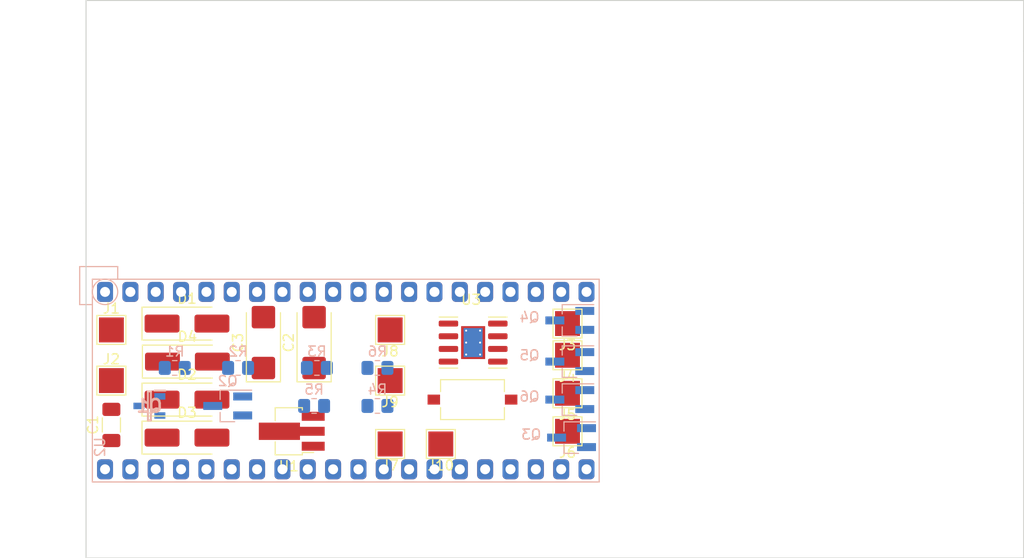
<source format=kicad_pcb>
(kicad_pcb (version 20221018) (generator pcbnew)
  (layers (0 "F.Cu" signal) (31 "B.Cu" signal) (34 "B.Paste" user) (35 "F.Paste" user) (36 "B.SilkS" user "B.Silkscreen") (37 "F.SilkS" user "F.Silkscreen") (38 "B.Mask" user) (39 "F.Mask" user) (44 "Edge.Cuts" user))
  (net 0 "")
  (net 1 "+3V3")
  (net 2 "GND")
  (net 3 "+V")
  (net 4 "Net-(J3-Pin_1)")
  (net 5 "Net-(J4-Pin_1)")
  (net 6 "Net-(J5-Pin_1)")
  (net 7 "/MOTOR_OUT_A")
  (net 8 "/MOTOR_OUT_B")
  (net 9 "Net-(D3-K)")
  (net 10 "/GPIO21")
  (net 11 "/GPIO16")
  (net 12 "/GPIO17")
  (net 13 "/GPIO18")
  (net 14 "/GPIO19")
  (net 15 "/ADC_EMF_A")
  (net 16 "/ADC_EMF_B")
  (net 17 "/GPIO14")
  (net 18 "/GPIO15")
  (net 19 "Net-(J6-Pin_1)")
  (net 20 "Net-(D1-A)")
  (net 21 "Net-(Q2-G)")
  (net 22 "Net-(U2-RUN)")
  (net 43 "/VSYS")
  (net 48 "Net-(U2-VBUS)")
  (footprint "Diode_SMD:D_SMA_Handsoldering" (layer "F.Cu") (at 109.22 64.135)
    (fp_text reference "D4" (at 0 -2.5) (layer "F.SilkS"))
    (fp_text value "RBR3L60AD")
    (fp_line (start -4.51 -1.65) (end -4.51 1.65) (stroke (width 0.12)) (layer "F.SilkS"))
    (fp_line (start -4.51 -1.65) (end 2.5 -1.65) (stroke (width 0.12)) (layer "F.SilkS"))
    (fp_line (start -4.51 1.65) (end 2.5 1.65) (stroke (width 0.12)) (layer "F.SilkS"))
    (pad "1" smd roundrect (at -2.5 0) (size 3.5 1.8) (layers "F.Cu" "F.Paste" "F.Mask") (roundrect_rratio 0.1388888889) (net 3 "+V"))
    (pad "2" smd roundrect (at 2.5 0) (size 3.5 1.8) (layers "F.Cu" "F.Paste" "F.Mask") (roundrect_rratio 0.1388888889) (net 9 "Net-(D3-K)"))
  )
  (footprint "Package_TO_SOT_SMD:SOT-89-3_Handsoldering" (layer "F.Cu") (at 119.38 71.12 180)
    (fp_text reference "U1" (at 0 -3.5) (layer "F.SilkS"))
    (fp_text value "AP7384-33Y")
    (fp_line (start -2.5 -2.13) (end -1.36 -2.13) (stroke (width 0.12)) (layer "F.SilkS"))
    (fp_line (start -1.36 -2.36) (end -1.36 -2.13) (stroke (width 0.12)) (layer "F.SilkS"))
    (fp_line (start -1.36 -2.36) (end 1.36 -2.36) (stroke (width 0.12)) (layer "F.SilkS"))
    (fp_line (start -1.36 2.36) (end -1.36 2.13) (stroke (width 0.12)) (layer "F.SilkS"))
    (fp_line (start 1.36 -2.36) (end 1.36 -1.05) (stroke (width 0.12)) (layer "F.SilkS"))
    (fp_line (start 1.36 1.05) (end 1.36 2.36) (stroke (width 0.12)) (layer "F.SilkS"))
    (fp_line (start 1.36 2.36) (end -1.36 2.36) (stroke (width 0.12)) (layer "F.SilkS"))
    (pad "1" smd rect (at -2.45 -1.5 180) (size 2.3 0.9) (layers "F.Cu" "F.Paste" "F.Mask") (net 1 "+3V3"))
    (pad "2" smd custom (at -2.3625 0 180) (size 2.475 0.9) (layers "F.Cu" "F.Paste" "F.Mask") (net 2 "GND") (options (clearance outline) (anchor rect)) (primitives (gr_poly (pts (xy 5.3625 0.8665) (xy 1.2375 0.8665) (xy 1.2375 -0.8665) (xy 5.3625 -0.8665)) (width 0) (fill yes))))
    (pad "3" smd rect (at -2.45 1.5 180) (size 2.3 0.9) (layers "F.Cu" "F.Paste" "F.Mask") (net 3 "+V"))
  )
  (footprint "Diode_SMD:D_SMA_Handsoldering" (layer "F.Cu") (at 109.18 60.325)
    (fp_text reference "D1" (at 0 -2.5) (layer "F.SilkS"))
    (fp_text value "RBR3L60AD")
    (fp_line (start -4.51 -1.65) (end -4.51 1.65) (stroke (width 0.12)) (layer "F.SilkS"))
    (fp_line (start -4.51 -1.65) (end 2.5 -1.65) (stroke (width 0.12)) (layer "F.SilkS"))
    (fp_line (start -4.51 1.65) (end 2.5 1.65) (stroke (width 0.12)) (layer "F.SilkS"))
    (pad "1" smd roundrect (at -2.5 0) (size 3.5 1.8) (layers "F.Cu" "F.Paste" "F.Mask") (roundrect_rratio 0.1388888889) (net 3 "+V"))
    (pad "2" smd roundrect (at 2.5 0) (size 3.5 1.8) (layers "F.Cu" "F.Paste" "F.Mask") (roundrect_rratio 0.1388888889) (net 20 "Net-(D1-A)"))
  )
  (footprint "TestPoint:TestPoint_Pad_2.5x2.5mm" (layer "F.Cu") (at 129.54 60.96 180)
    (fp_text reference "J8" (at 0 -2.148 180) (layer "F.SilkS"))
    (fp_text value "M_OUT_B")
    (fp_line (start -1.45 -1.45) (end 1.45 -1.45) (stroke (width 0.12)) (layer "F.SilkS"))
    (fp_line (start -1.45 1.45) (end -1.45 -1.45) (stroke (width 0.12)) (layer "F.SilkS"))
    (fp_line (start 1.45 -1.45) (end 1.45 1.45) (stroke (width 0.12)) (layer "F.SilkS"))
    (fp_line (start 1.45 1.45) (end -1.45 1.45) (stroke (width 0.12)) (layer "F.SilkS"))
    (pad "1" smd rect (at 0 0 180) (size 2.5 2.5) (layers "F.Cu" "F.Mask") (net 7 "/MOTOR_OUT_A"))
  )
  (footprint "TestPoint:TestPoint_Pad_2.5x2.5mm" (layer "F.Cu") (at 101.6 66.04)
    (fp_text reference "J2" (at 0 -2.148) (layer "F.SilkS"))
    (fp_text value "PAD")
    (fp_line (start -1.45 -1.45) (end 1.45 -1.45) (stroke (width 0.12)) (layer "F.SilkS"))
    (fp_line (start -1.45 1.45) (end -1.45 -1.45) (stroke (width 0.12)) (layer "F.SilkS"))
    (fp_line (start 1.45 -1.45) (end 1.45 1.45) (stroke (width 0.12)) (layer "F.SilkS"))
    (fp_line (start 1.45 1.45) (end -1.45 1.45) (stroke (width 0.12)) (layer "F.SilkS"))
    (pad "1" smd rect (at 0 0) (size 2.5 2.5) (layers "F.Cu" "F.Mask") (net 9 "Net-(D3-K)"))
  )
  (footprint "TestPoint:TestPoint_Pad_2.5x2.5mm" (layer "F.Cu") (at 134.62 72.39 180)
    (fp_text reference "J10" (at 0 -2.148 180) (layer "F.SilkS"))
    (fp_text value "GND")
    (fp_line (start -1.45 -1.45) (end 1.45 -1.45) (stroke (width 0.12)) (layer "F.SilkS"))
    (fp_line (start -1.45 1.45) (end -1.45 -1.45) (stroke (width 0.12)) (layer "F.SilkS"))
    (fp_line (start 1.45 -1.45) (end 1.45 1.45) (stroke (width 0.12)) (layer "F.SilkS"))
    (fp_line (start 1.45 1.45) (end -1.45 1.45) (stroke (width 0.12)) (layer "F.SilkS"))
    (pad "1" smd rect (at 0 0 180) (size 2.5 2.5) (layers "F.Cu" "F.Mask") (net 2 "GND"))
  )
  (footprint "Capacitor_Tantalum_SMD:CP_EIA-6032-20_AVX-F_Pad2.25x2.35mm_HandSolder" (layer "F.Cu") (at 116.84 62.23 90)
    (fp_text reference "C3" (at 0 -2.55 90) (layer "F.SilkS"))
    (fp_text value "10uF/25v")
    (fp_line (start -3.935 -1.71) (end -3.935 1.71) (stroke (width 0.12)) (layer "F.SilkS"))
    (fp_line (start -3.935 1.71) (end 3 1.71) (stroke (width 0.12)) (layer "F.SilkS"))
    (fp_line (start 3 -1.71) (end -3.935 -1.71) (stroke (width 0.12)) (layer "F.SilkS"))
    (pad "1" smd roundrect (at -2.55 0 90) (size 2.25 2.35) (layers "F.Cu" "F.Paste" "F.Mask") (roundrect_rratio 0.111111) (net 3 "+V"))
    (pad "2" smd roundrect (at 2.55 0 90) (size 2.25 2.35) (layers "F.Cu" "F.Paste" "F.Mask") (roundrect_rratio 0.111111) (net 2 "GND"))
  )
  (footprint "TestPoint:TestPoint_Pad_2.5x2.5mm" (layer "F.Cu") (at 101.6 60.96)
    (fp_text reference "J1" (at 0 -2.148) (layer "F.SilkS"))
    (fp_text value "PAD")
    (fp_line (start -1.45 -1.45) (end 1.45 -1.45) (stroke (width 0.12)) (layer "F.SilkS"))
    (fp_line (start -1.45 1.45) (end -1.45 -1.45) (stroke (width 0.12)) (layer "F.SilkS"))
    (fp_line (start 1.45 -1.45) (end 1.45 1.45) (stroke (width 0.12)) (layer "F.SilkS"))
    (fp_line (start 1.45 1.45) (end -1.45 1.45) (stroke (width 0.12)) (layer "F.SilkS"))
    (pad "1" smd rect (at 0 0) (size 2.5 2.5) (layers "F.Cu" "F.Mask") (net 20 "Net-(D1-A)"))
  )
  (footprint "RP2040-Decoder_Additional_Footprints:SOIC-8-1EP_3.9x4.9mm_P1.27mm_EP2.41x3.3mm_ThermalVias" (layer "F.Cu") (at 137.86 62.23)
    (fp_text reference "U3" (at -0.2 -4.3) (layer "F.SilkS"))
    (fp_text value "BDR6133")
    (fp_line (start -1.55 -2.56) (end -3.4 -2.56) (stroke (width 0.12)) (layer "F.SilkS"))
    (fp_line (start -1.55 2.56) (end -3.4 2.56) (stroke (width 0.12)) (layer "F.SilkS"))
    (fp_line (start 1.55 -2.56) (end 3.4 -2.56) (stroke (width 0.12)) (layer "F.SilkS"))
    (fp_line (start 1.55 2.56) (end 3.4 2.56) (stroke (width 0.12)) (layer "F.SilkS"))
    (pad "1" smd roundrect (at -2.475 -1.905) (size 1.95 0.6) (layers "F.Cu" "F.Paste" "F.Mask") (net 2 "GND"))
    (pad "2" smd roundrect (at -2.475 -0.635) (size 1.95 0.6) (layers "F.Cu" "F.Paste" "F.Mask") (net 1 "+3V3"))
    (pad "3" smd roundrect (at -2.475 0.635) (size 1.95 0.6) (layers "F.Cu" "F.Paste" "F.Mask") (net 3 "+V"))
    (pad "4" smd roundrect (at -2.475 1.905) (size 1.95 0.6) (layers "F.Cu" "F.Paste" "F.Mask") (net 7 "/MOTOR_OUT_A"))
    (pad "5" smd roundrect (at 2.475 1.905) (size 1.95 0.6) (layers "F.Cu" "F.Paste" "F.Mask") (net 8 "/MOTOR_OUT_B"))
    (pad "6" smd roundrect (at 2.475 0.635) (size 1.95 0.6) (layers "F.Cu" "F.Paste" "F.Mask") (net 17 "/GPIO14"))
    (pad "7" smd roundrect (at 2.475 -0.635) (size 1.95 0.6) (layers "F.Cu" "F.Paste" "F.Mask") (net 18 "/GPIO15"))
    (pad "8" smd roundrect (at 2.475 -1.905) (size 1.95 0.6) (layers "F.Cu" "F.Paste" "F.Mask"))
    (pad "9" thru_hole circle (at -0.7 -1.2) (size 0.5 0.5) (drill 0.2) (layers "*.Cu") (net 2 "GND"))
    (pad "9" thru_hole circle (at -0.7 0) (size 0.5 0.5) (drill 0.2) (layers "*.Cu") (net 2 "GND"))
    (pad "9" thru_hole circle (at -0.7 1.2) (size 0.5 0.5) (drill 0.2) (layers "*.Cu") (net 2 "GND"))
    (pad "9" smd rect (at 0 0) (size 1.9 2.9) (layers "B.Cu") (net 2 "GND"))
    (pad "9" smd rect (at 0 0) (size 2.41 3.3) (layers "F.Cu" "F.Mask") (net 2 "GND"))
    (pad "9" thru_hole circle (at 0.7 -1.2) (size 0.5 0.5) (drill 0.2) (layers "*.Cu") (net 2 "GND"))
    (pad "9" thru_hole circle (at 0.7 0) (size 0.5 0.5) (drill 0.2) (layers "*.Cu") (net 2 "GND"))
    (pad "9" thru_hole circle (at 0.7 1.2) (size 0.5 0.5) (drill 0.2) (layers "*.Cu") (net 2 "GND"))
  )
  (footprint "TestPoint:TestPoint_Pad_2.5x2.5mm" (layer "F.Cu") (at 147.32 71.12 180)
    (fp_text reference "J6" (at 0 -2.148 180) (layer "F.SilkS"))
    (fp_text value "3")
    (fp_line (start -1.45 -1.45) (end 1.45 -1.45) (stroke (width 0.12)) (layer "F.SilkS"))
    (fp_line (start -1.45 1.45) (end -1.45 -1.45) (stroke (width 0.12)) (layer "F.SilkS"))
    (fp_line (start 1.45 -1.45) (end 1.45 1.45) (stroke (width 0.12)) (layer "F.SilkS"))
    (fp_line (start 1.45 1.45) (end -1.45 1.45) (stroke (width 0.12)) (layer "F.SilkS"))
    (pad "1" smd rect (at 0 0 180) (size 2.5 2.5) (layers "F.Cu" "F.Mask") (net 19 "Net-(J6-Pin_1)"))
  )
  (footprint "TestPoint:TestPoint_Pad_2.5x2.5mm" (layer "F.Cu") (at 129.54 72.39 180)
    (fp_text reference "J7" (at 0 -2.148 180) (layer "F.SilkS"))
    (fp_text value "+V")
    (fp_line (start -1.45 -1.45) (end 1.45 -1.45) (stroke (width 0.12)) (layer "F.SilkS"))
    (fp_line (start -1.45 1.45) (end -1.45 -1.45) (stroke (width 0.12)) (layer "F.SilkS"))
    (fp_line (start 1.45 -1.45) (end 1.45 1.45) (stroke (width 0.12)) (layer "F.SilkS"))
    (fp_line (start 1.45 1.45) (end -1.45 1.45) (stroke (width 0.12)) (layer "F.SilkS"))
    (pad "1" smd rect (at 0 0 180) (size 2.5 2.5) (layers "F.Cu" "F.Mask") (net 3 "+V"))
  )
  (footprint "TestPoint:TestPoint_Pad_2.5x2.5mm" (layer "F.Cu") (at 129.54 66.04 180)
    (fp_text reference "J9" (at 0 -2.148 180) (layer "F.SilkS"))
    (fp_text value "M_OUT_A")
    (fp_line (start -1.45 -1.45) (end 1.45 -1.45) (stroke (width 0.12)) (layer "F.SilkS"))
    (fp_line (start -1.45 1.45) (end -1.45 -1.45) (stroke (width 0.12)) (layer "F.SilkS"))
    (fp_line (start 1.45 -1.45) (end 1.45 1.45) (stroke (width 0.12)) (layer "F.SilkS"))
    (fp_line (start 1.45 1.45) (end -1.45 1.45) (stroke (width 0.12)) (layer "F.SilkS"))
    (pad "1" smd rect (at 0 0 180) (size 2.5 2.5) (layers "F.Cu" "F.Mask") (net 8 "/MOTOR_OUT_B"))
  )
  (footprint "TestPoint:TestPoint_Pad_2.5x2.5mm" (layer "F.Cu") (at 147.32 63.5 180)
    (fp_text reference "J4" (at 0 -2.148 180) (layer "F.SilkS"))
    (fp_text value "1")
    (fp_line (start -1.45 -1.45) (end 1.45 -1.45) (stroke (width 0.12)) (layer "F.SilkS"))
    (fp_line (start -1.45 1.45) (end -1.45 -1.45) (stroke (width 0.12)) (layer "F.SilkS"))
    (fp_line (start 1.45 -1.45) (end 1.45 1.45) (stroke (width 0.12)) (layer "F.SilkS"))
    (fp_line (start 1.45 1.45) (end -1.45 1.45) (stroke (width 0.12)) (layer "F.SilkS"))
    (pad "1" smd rect (at 0 0 180) (size 2.5 2.5) (layers "F.Cu" "F.Mask") (net 5 "Net-(J4-Pin_1)"))
  )
  (footprint "Diode_SMD:D_SMA_Handsoldering" (layer "F.Cu") (at 109.18 67.945)
    (fp_text reference "D2" (at 0 -2.5) (layer "F.SilkS"))
    (fp_text value "RBR3L60AD")
    (fp_line (start -4.51 -1.65) (end -4.51 1.65) (stroke (width 0.12)) (layer "F.SilkS"))
    (fp_line (start -4.51 -1.65) (end 2.5 -1.65) (stroke (width 0.12)) (layer "F.SilkS"))
    (fp_line (start -4.51 1.65) (end 2.5 1.65) (stroke (width 0.12)) (layer "F.SilkS"))
    (pad "1" smd roundrect (at -2.5 0) (size 3.5 1.8) (layers "F.Cu" "F.Paste" "F.Mask") (roundrect_rratio 0.1388888889) (net 20 "Net-(D1-A)"))
    (pad "2" smd roundrect (at 2.5 0) (size 3.5 1.8) (layers "F.Cu" "F.Paste" "F.Mask") (roundrect_rratio 0.1388888889) (net 2 "GND"))
  )
  (footprint "Capacitor_SMD:C_1206_3216Metric_Pad1.33x1.80mm_HandSolder" (layer "F.Cu") (at 101.6 70.485 90)
    (fp_text reference "C1" (at 0 -1.85 90) (layer "F.SilkS"))
    (fp_text value "10uf/16V")
    (fp_line (start -0.711252 -0.91) (end 0.711252 -0.91) (stroke (width 0.12)) (layer "F.SilkS"))
    (fp_line (start -0.711252 0.91) (end 0.711252 0.91) (stroke (width 0.12)) (layer "F.SilkS"))
    (pad "1" smd roundrect (at -1.5625 0 90) (size 1.325 1.8) (layers "F.Cu" "F.Paste" "F.Mask") (roundrect_rratio 0.188679) (net 1 "+3V3"))
    (pad "2" smd roundrect (at 1.5625 0 90) (size 1.325 1.8) (layers "F.Cu" "F.Paste" "F.Mask") (roundrect_rratio 0.188679) (net 2 "GND"))
  )
  (footprint "Diode_SMD:D_SMA_Handsoldering" (layer "F.Cu") (at 109.18 71.755)
    (fp_text reference "D3" (at 0 -2.5) (layer "F.SilkS"))
    (fp_text value "RBR3L60AD")
    (fp_line (start -4.51 -1.65) (end -4.51 1.65) (stroke (width 0.12)) (layer "F.SilkS"))
    (fp_line (start -4.51 -1.65) (end 2.5 -1.65) (stroke (width 0.12)) (layer "F.SilkS"))
    (fp_line (start -4.51 1.65) (end 2.5 1.65) (stroke (width 0.12)) (layer "F.SilkS"))
    (pad "1" smd roundrect (at -2.5 0) (size 3.5 1.8) (layers "F.Cu" "F.Paste" "F.Mask") (roundrect_rratio 0.1388888889) (net 9 "Net-(D3-K)"))
    (pad "2" smd roundrect (at 2.5 0) (size 3.5 1.8) (layers "F.Cu" "F.Paste" "F.Mask") (roundrect_rratio 0.1388888889) (net 2 "GND"))
  )
  (footprint "Button_Switch_SMD:SW_Tactile_SPST_NO_Straight_CK_PTS636Sx25SMTRLFS" (layer "F.Cu") (at 137.795 67.945)
    (fp_text reference "SW1" hide)
    (fp_text value "SW_Push" hide)
    (fp_line (start -3.2 -2) (end -3.2 -0.8) (stroke (width 0.12)) (layer "F.SilkS"))
    (fp_line (start -3.2 0.8) (end -3.2 2) (stroke (width 0.12)) (layer "F.SilkS"))
    (fp_line (start -3.2 2) (end 3.2 2) (stroke (width 0.12)) (layer "F.SilkS"))
    (fp_line (start 3.2 -2) (end -3.2 -2) (stroke (width 0.12)) (layer "F.SilkS"))
    (fp_line (start 3.2 -0.8) (end 3.2 -2) (stroke (width 0.12)) (layer "F.SilkS"))
    (fp_line (start 3.2 2) (end 3.2 0.8) (stroke (width 0.12)) (layer "F.SilkS"))
    (pad "1" smd rect (at -3.875 0) (size 1.25 1) (layers "F.Cu" "F.Paste" "F.Mask") (net 22 "Net-(U2-RUN)"))
    (pad "2" smd rect (at 3.875 0) (size 1.25 1) (layers "F.Cu" "F.Paste" "F.Mask") (net 2 "GND"))
  )
  (footprint "TestPoint:TestPoint_Pad_2.5x2.5mm" (layer "F.Cu") (at 147.32 67.31 180)
    (fp_text reference "J5" (at 0 -2.148 180) (layer "F.SilkS"))
    (fp_text value "2")
    (fp_line (start -1.45 -1.45) (end 1.45 -1.45) (stroke (width 0.12)) (layer "F.SilkS"))
    (fp_line (start -1.45 1.45) (end -1.45 -1.45) (stroke (width 0.12)) (layer "F.SilkS"))
    (fp_line (start 1.45 -1.45) (end 1.45 1.45) (stroke (width 0.12)) (layer "F.SilkS"))
    (fp_line (start 1.45 1.45) (end -1.45 1.45) (stroke (width 0.12)) (layer "F.SilkS"))
    (pad "1" smd rect (at 0 0 180) (size 2.5 2.5) (layers "F.Cu" "F.Mask") (net 6 "Net-(J5-Pin_1)"))
  )
  (footprint "Capacitor_Tantalum_SMD:CP_EIA-6032-20_AVX-F_Pad2.25x2.35mm_HandSolder" (layer "F.Cu") (at 121.92 62.23 90)
    (fp_text reference "C2" (at 0 -2.55 90) (layer "F.SilkS"))
    (fp_text value "10uF/25V")
    (fp_line (start -3.935 -1.71) (end -3.935 1.71) (stroke (width 0.12)) (layer "F.SilkS"))
    (fp_line (start -3.935 1.71) (end 3 1.71) (stroke (width 0.12)) (layer "F.SilkS"))
    (fp_line (start 3 -1.71) (end -3.935 -1.71) (stroke (width 0.12)) (layer "F.SilkS"))
    (pad "1" smd roundrect (at -2.55 0 90) (size 2.25 2.35) (layers "F.Cu" "F.Paste" "F.Mask") (roundrect_rratio 0.111111) (net 3 "+V"))
    (pad "2" smd roundrect (at 2.55 0 90) (size 2.25 2.35) (layers "F.Cu" "F.Paste" "F.Mask") (roundrect_rratio 0.111111) (net 2 "GND"))
  )
  (footprint "TestPoint:TestPoint_Pad_2.5x2.5mm" (layer "F.Cu") (at 147.32 60.325 180)
    (fp_text reference "J3" (at 0 -2.148 180) (layer "F.SilkS"))
    (fp_text value "0")
    (fp_line (start -1.45 -1.45) (end 1.45 -1.45) (stroke (width 0.12)) (layer "F.SilkS"))
    (fp_line (start -1.45 1.45) (end -1.45 -1.45) (stroke (width 0.12)) (layer "F.SilkS"))
    (fp_line (start 1.45 -1.45) (end 1.45 1.45) (stroke (width 0.12)) (layer "F.SilkS"))
    (fp_line (start 1.45 1.45) (end -1.45 1.45) (stroke (width 0.12)) (layer "F.SilkS"))
    (pad "1" smd rect (at 0 0 180) (size 2.5 2.5) (layers "F.Cu" "F.Mask") (net 4 "Net-(J3-Pin_1)"))
  )
  (footprint "Package_TO_SOT_SMD:SOT-23_Handsoldering" (layer "B.Cu") (at 113.26 68.58 180)
    (fp_text reference "Q2" (at 0 2.5) (layer "B.SilkS") (effects (justify mirror)))
    (fp_text value "2N7002K")
    (fp_line (start 0.76 -1.58) (end -0.7 -1.58) (stroke (width 0.12)) (layer "B.SilkS"))
    (fp_line (start 0.76 -1.58) (end 0.76 -0.65) (stroke (width 0.12)) (layer "B.SilkS"))
    (fp_line (start 0.76 1.58) (end -2.4 1.58) (stroke (width 0.12)) (layer "B.SilkS"))
    (fp_line (start 0.76 1.58) (end 0.76 0.65) (stroke (width 0.12)) (layer "B.SilkS"))
    (pad "1" smd rect (at -1.5 0.95 180) (size 1.9 0.8) (layers "B.Cu" "B.Paste" "B.Mask") (net 21 "Net-(Q2-G)"))
    (pad "2" smd rect (at -1.5 -0.95 180) (size 1.9 0.8) (layers "B.Cu" "B.Paste" "B.Mask") (net 2 "GND"))
    (pad "3" smd rect (at 1.5 0 180) (size 1.9 0.8) (layers "B.Cu" "B.Paste" "B.Mask") (net 10 "/GPIO21"))
  )
  (footprint "Resistor_SMD:R_0805_2012Metric_Pad1.20x1.40mm_HandSolder" (layer "B.Cu") (at 114.3 64.77 180)
    (fp_text reference "R2" (at 0 1.65) (layer "B.SilkS") (effects (justify mirror)))
    (fp_text value "6k8")
    (fp_line (start -0.227064 -0.735) (end 0.227064 -0.735) (stroke (width 0.12)) (layer "B.SilkS"))
    (fp_line (start -0.227064 0.735) (end 0.227064 0.735) (stroke (width 0.12)) (layer "B.SilkS"))
    (pad "1" smd roundrect (at -1 0 180) (size 1.2 1.4) (layers "B.Cu" "B.Paste" "B.Mask") (roundrect_rratio 0.208333) (net 2 "GND"))
    (pad "2" smd roundrect (at 1 0 180) (size 1.2 1.4) (layers "B.Cu" "B.Paste" "B.Mask") (roundrect_rratio 0.208333) (net 21 "Net-(Q2-G)"))
  )
  (footprint "Resistor_SMD:R_0805_2012Metric_Pad1.20x1.40mm_HandSolder" (layer "B.Cu") (at 121.92 68.58 180)
    (fp_text reference "R5" (at 0 1.65) (layer "B.SilkS") (effects (justify mirror)))
    (fp_text value "6k8")
    (fp_line (start -0.227064 -0.735) (end 0.227064 -0.735) (stroke (width 0.12)) (layer "B.SilkS"))
    (fp_line (start -0.227064 0.735) (end 0.227064 0.735) (stroke (width 0.12)) (layer "B.SilkS"))
    (pad "1" smd roundrect (at -1 0 180) (size 1.2 1.4) (layers "B.Cu" "B.Paste" "B.Mask") (roundrect_rratio 0.208333) (net 16 "/ADC_EMF_B"))
    (pad "2" smd roundrect (at 1 0 180) (size 1.2 1.4) (layers "B.Cu" "B.Paste" "B.Mask") (roundrect_rratio 0.208333) (net 8 "/MOTOR_OUT_B"))
  )
  (footprint "Resistor_SMD:R_0805_2012Metric_Pad1.20x1.40mm_HandSolder" (layer "B.Cu") (at 122.2 64.77 180)
    (fp_text reference "R3" (at 0 1.65) (layer "B.SilkS") (effects (justify mirror)))
    (fp_text value "6k8")
    (fp_line (start -0.227064 -0.735) (end 0.227064 -0.735) (stroke (width 0.12)) (layer "B.SilkS"))
    (fp_line (start -0.227064 0.735) (end 0.227064 0.735) (stroke (width 0.12)) (layer "B.SilkS"))
    (pad "1" smd roundrect (at -1 0 180) (size 1.2 1.4) (layers "B.Cu" "B.Paste" "B.Mask") (roundrect_rratio 0.208333) (net 15 "/ADC_EMF_A"))
    (pad "2" smd roundrect (at 1 0 180) (size 1.2 1.4) (layers "B.Cu" "B.Paste" "B.Mask") (roundrect_rratio 0.208333) (net 7 "/MOTOR_OUT_A"))
  )
  (footprint "Resistor_SMD:R_0805_2012Metric_Pad1.20x1.40mm_HandSolder" (layer "B.Cu") (at 128.27 68.58 180)
    (fp_text reference "R4" (at 0 1.65) (layer "B.SilkS") (effects (justify mirror)))
    (fp_text value "1k")
    (fp_line (start -0.227064 -0.735) (end 0.227064 -0.735) (stroke (width 0.12)) (layer "B.SilkS"))
    (fp_line (start -0.227064 0.735) (end 0.227064 0.735) (stroke (width 0.12)) (layer "B.SilkS"))
    (pad "1" smd roundrect (at -1 0 180) (size 1.2 1.4) (layers "B.Cu" "B.Paste" "B.Mask") (roundrect_rratio 0.208333) (net 2 "GND"))
    (pad "2" smd roundrect (at 1 0 180) (size 1.2 1.4) (layers "B.Cu" "B.Paste" "B.Mask") (roundrect_rratio 0.208333) (net 15 "/ADC_EMF_A"))
  )
  (footprint "Resistor_SMD:R_0805_2012Metric_Pad1.20x1.40mm_HandSolder" (layer "B.Cu") (at 128.27 64.77 180)
    (fp_text reference "R6" (at 0 1.65) (layer "B.SilkS") (effects (justify mirror)))
    (fp_text value "1k")
    (fp_line (start -0.227064 -0.735) (end 0.227064 -0.735) (stroke (width 0.12)) (layer "B.SilkS"))
    (fp_line (start -0.227064 0.735) (end 0.227064 0.735) (stroke (width 0.12)) (layer "B.SilkS"))
    (pad "1" smd roundrect (at -1 0 180) (size 1.2 1.4) (layers "B.Cu" "B.Paste" "B.Mask") (roundrect_rratio 0.208333) (net 2 "GND"))
    (pad "2" smd roundrect (at 1 0 180) (size 1.2 1.4) (layers "B.Cu" "B.Paste" "B.Mask") (roundrect_rratio 0.208333) (net 16 "/ADC_EMF_B"))
  )
  (footprint "Resistor_SMD:R_0805_2012Metric_Pad1.20x1.40mm_HandSolder" (layer "B.Cu") (at 107.95 64.77 180)
    (fp_text reference "R1" (at 0 1.65) (layer "B.SilkS") (effects (justify mirror)))
    (fp_text value "6k8")
    (fp_line (start -0.227064 -0.735) (end 0.227064 -0.735) (stroke (width 0.12)) (layer "B.SilkS"))
    (fp_line (start -0.227064 0.735) (end 0.227064 0.735) (stroke (width 0.12)) (layer "B.SilkS"))
    (pad "1" smd roundrect (at -1 0 180) (size 1.2 1.4) (layers "B.Cu" "B.Paste" "B.Mask") (roundrect_rratio 0.208333) (net 21 "Net-(Q2-G)"))
    (pad "2" smd roundrect (at 1 0 180) (size 1.2 1.4) (layers "B.Cu" "B.Paste" "B.Mask") (roundrect_rratio 0.208333) (net 20 "Net-(D1-A)"))
  )
  (footprint "Package_TO_SOT_SMD:SOT-23_Handsoldering" (layer "B.Cu") (at 147.55 60.005 180)
    (fp_text reference "Q4" (at 4.04 0.315) (layer "B.SilkS") (effects (justify mirror)))
    (fp_text value "2N7002K")
    (fp_line (start 0.76 -1.58) (end -0.7 -1.58) (stroke (width 0.12)) (layer "B.SilkS"))
    (fp_line (start 0.76 -1.58) (end 0.76 -0.65) (stroke (width 0.12)) (layer "B.SilkS"))
    (fp_line (start 0.76 1.58) (end -2.4 1.58) (stroke (width 0.12)) (layer "B.SilkS"))
    (fp_line (start 0.76 1.58) (end 0.76 0.65) (stroke (width 0.12)) (layer "B.SilkS"))
    (pad "1" smd rect (at -1.5 0.95 180) (size 1.9 0.8) (layers "B.Cu" "B.Paste" "B.Mask") (net 12 "/GPIO17"))
    (pad "2" smd rect (at -1.5 -0.95 180) (size 1.9 0.8) (layers "B.Cu" "B.Paste" "B.Mask") (net 2 "GND"))
    (pad "3" smd rect (at 1.5 0 180) (size 1.9 0.8) (layers "B.Cu" "B.Paste" "B.Mask") (net 5 "Net-(J4-Pin_1)"))
  )
  (footprint "PicoNoSwd:RaspberryPico_TH_NoSWD" (layer "B.Cu") (at 100.965 57.15 -90)
    (fp_text reference "U2" (at 15.5575 0.508 90) (layer "B.SilkS") (effects (justify mirror)))
    (fp_text value "Pico_RaspberryPico")
    (fp_line (start -2.54 -1.27) (end -2.54 2.54) (stroke (width 0.12)) (layer "B.SilkS"))
    (fp_line (start -2.54 2.54) (end 1.27 2.54) (stroke (width 0.12)) (layer "B.SilkS"))
    (fp_line (start -1.27 -49.53) (end 19.05 -49.53) (stroke (width 0.12)) (layer "B.SilkS"))
    (fp_line (start -1.27 -1.27) (end -2.54 -1.27) (stroke (width 0.12)) (layer "B.SilkS"))
    (fp_line (start -1.27 1.27) (end -1.27 -49.53) (stroke (width 0.12)) (layer "B.SilkS"))
    (fp_line (start 1.27 2.54) (end 1.27 1.27) (stroke (width 0.12)) (layer "B.SilkS"))
    (fp_line (start 19.05 -49.53) (end 19.05 1.27) (stroke (width 0.12)) (layer "B.SilkS"))
    (fp_line (start 19.05 1.27) (end -1.27 1.27) (stroke (width 0.12)) (layer "B.SilkS"))
    (fp_circle (center 0 0) (end 1.27 0) (stroke (width 0.12)) (fill none) (layer "B.SilkS"))
    (pad "1" thru_hole roundrect (at 0 0 270) (size 2 1.6) (drill 1) (layers "*.Cu" "*.Mask"))
    (pad "2" thru_hole roundrect (at 0 -2.54 270) (size 2 1.6) (drill 1) (layers "*.Cu" "*.Mask"))
    (pad "3" thru_hole roundrect (at 0 -5.08 270) (size 2 1.6) (drill 1) (layers "*.Cu" "*.Mask") (net 2 "GND"))
    (pad "4" thru_hole roundrect (at 0 -7.62 270) (size 2 1.6) (drill 1) (layers "*.Cu" "*.Mask"))
    (pad "5" thru_hole roundrect (at 0 -10.16 270) (size 2 1.6) (drill 1) (layers "*.Cu" "*.Mask"))
    (pad "6" thru_hole roundrect (at 0 -12.7 270) (size 2 1.6) (drill 1) (layers "*.Cu" "*.Mask"))
    (pad "7" thru_hole roundrect (at 0 -15.24 270) (size 2 1.6) (drill 1) (layers "*.Cu" "*.Mask"))
    (pad "8" thru_hole roundrect (at 0 -17.78 270) (size 2 1.6) (drill 1) (layers "*.Cu" "*.Mask"))
    (pad "9" thru_hole roundrect (at 0 -20.32 270) (size 2 1.6) (drill 1) (layers "*.Cu" "*.Mask"))
    (pad "10" thru_hole roundrect (at 0 -22.86 270) (size 2 1.6) (drill 1) (layers "*.Cu" "*.Mask"))
    (pad "11" thru_hole roundrect (at 0 -25.4 270) (size 2 1.6) (drill 1) (layers "*.Cu" "*.Mask"))
    (pad "12" thru_hole roundrect (at 0 -27.94 270) (size 2 1.6) (drill 1) (layers "*.Cu" "*.Mask"))
    (pad "13" thru_hole roundrect (at 0 -30.48 270) (size 2 1.6) (drill 1) (layers "*.Cu" "*.Mask"))
    (pad "14" thru_hole roundrect (at 0 -33.02 270) (size 2 1.6) (drill 1) (layers "*.Cu" "*.Mask"))
    (pad "15" thru_hole roundrect (at 0 -35.56 270) (size 2 1.6) (drill 1) (layers "*.Cu" "*.Mask"))
    (pad "16" thru_hole roundrect (at 0 -38.1 270) (size 2 1.6) (drill 1) (layers "*.Cu" "*.Mask"))
    (pad "17" thru_hole roundrect (at 0 -40.64 270) (size 2 1.6) (drill 1) (layers "*.Cu" "*.Mask"))
    (pad "18" thru_hole roundrect (at 0 -43.18 270) (size 2 1.6) (drill 1) (layers "*.Cu" "*.Mask"))
    (pad "19" thru_hole roundrect (at 0 -45.72 270) (size 2 1.6) (drill 1) (layers "*.Cu" "*.Mask") (net 17 "/GPIO14"))
    (pad "20" thru_hole roundrect (at 0 -48.26 270) (size 2 1.6) (drill 1) (layers "*.Cu" "*.Mask") (net 18 "/GPIO15"))
    (pad "21" thru_hole roundrect (at 17.78 -48.26 270) (size 2 1.6) (drill 1) (layers "*.Cu" "*.Mask") (net 11 "/GPIO16"))
    (pad "22" thru_hole roundrect (at 17.78 -45.72 270) (size 2 1.6) (drill 1) (layers "*.Cu" "*.Mask") (net 12 "/GPIO17"))
    (pad "23" thru_hole roundrect (at 17.78 -43.18 270) (size 2 1.6) (drill 1) (layers "*.Cu" "*.Mask"))
    (pad "24" thru_hole roundrect (at 17.78 -40.64 270) (size 2 1.6) (drill 1) (layers "*.Cu" "*.Mask") (net 13 "/GPIO18"))
    (pad "25" thru_hole roundrect (at 17.78 -38.1 270) (size 2 1.6) (drill 1) (layers "*.Cu" "*.Mask") (net 14 "/GPIO19"))
    (pad "26" thru_hole roundrect (at 17.78 -35.56 270) (size 2 1.6) (drill 1) (layers "*.Cu" "*.Mask"))
    (pad "27" thru_hole roundrect (at 17.78 -33.02 270) (size 2 1.6) (drill 1) (layers "*.Cu" "*.Mask") (net 10 "/GPIO21"))
    (pad "28" thru_hole roundrect (at 17.78 -30.48 270) (size 2 1.6) (drill 1) (layers "*.Cu" "*.Mask"))
    (pad "29" thru_hole roundrect (at 17.78 -27.94 270) (size 2 1.6) (drill 1) (layers "*.Cu" "*.Mask"))
    (pad "30" thru_hole roundrect (at 17.78 -25.4 270) (size 2 1.6) (drill 1) (layers "*.Cu" "*.Mask") (net 22 "Net-(U2-RUN)"))
    (pad "31" thru_hole roundrect (at 17.78 -22.86 270) (size 2 1.6) (drill 1) (layers "*.Cu" "*.Mask") (net 15 "/ADC_EMF_A"))
    (pad "32" thru_hole roundrect (at 17.78 -20.32 270) (size 2 1.6) (drill 1) (layers "*.Cu" "*.Mask") (net 16 "/ADC_EMF_B"))
    (pad "33" thru_hole roundrect (at 17.78 -17.78 270) (size 2 1.6) (drill 1) (layers "*.Cu" "*.Mask"))
    (pad "34" thru_hole roundrect (at 17.78 -15.24 270) (size 2 1.6) (drill 1) (layers "*.Cu" "*.Mask"))
    (pad "35" thru_hole roundrect (at 17.78 -12.7 270) (size 2 1.6) (drill 1) (layers "*.Cu" "*.Mask"))
    (pad "36" thru_hole roundrect (at 17.78 -10.16 270) (size 2 1.6) (drill 1) (layers "*.Cu" "*.Mask"))
    (pad "37" thru_hole roundrect (at 17.78 -7.62 270) (size 2 1.6) (drill 1) (layers "*.Cu" "*.Mask"))
    (pad "38" thru_hole roundrect (at 17.78 -5.08 270) (size 2 1.6) (drill 1) (layers "*.Cu" "*.Mask"))
    (pad "39" thru_hole roundrect (at 17.78 -2.54 270) (size 2 1.6) (drill 1) (layers "*.Cu" "*.Mask") (net 43 "/VSYS"))
    (pad "40" thru_hole roundrect (at 17.78 0 270) (size 2 1.6) (drill 1) (layers "*.Cu" "*.Mask") (net 48 "Net-(U2-VBUS)"))
  )
  (footprint "Package_TO_SOT_SMD:SOT-23_Handsoldering" (layer "B.Cu") (at 147.55 67.945 180)
    (fp_text reference "Q6" (at 4.04 0.315) (layer "B.SilkS") (effects (justify mirror)))
    (fp_text value "2N7002K")
    (fp_line (start 0.76 -1.58) (end -0.7 -1.58) (stroke (width 0.12)) (layer "B.SilkS"))
    (fp_line (start 0.76 -1.58) (end 0.76 -0.65) (stroke (width 0.12)) (layer "B.SilkS"))
    (fp_line (start 0.76 1.58) (end -2.4 1.58) (stroke (width 0.12)) (layer "B.SilkS"))
    (fp_line (start 0.76 1.58) (end 0.76 0.65) (stroke (width 0.12)) (layer "B.SilkS"))
    (pad "1" smd rect (at -1.5 0.95 180) (size 1.9 0.8) (layers "B.Cu" "B.Paste" "B.Mask") (net 14 "/GPIO19"))
    (pad "2" smd rect (at -1.5 -0.95 180) (size 1.9 0.8) (layers "B.Cu" "B.Paste" "B.Mask") (net 2 "GND"))
    (pad "3" smd rect (at 1.5 0 180) (size 1.9 0.8) (layers "B.Cu" "B.Paste" "B.Mask") (net 19 "Net-(J6-Pin_1)"))
  )
  (footprint "Package_TO_SOT_SMD:SOT-23_Handsoldering" (layer "B.Cu") (at 147.55 64.135 180)
    (fp_text reference "Q5" (at 4.04 0.635) (layer "B.SilkS") (effects (justify mirror)))
    (fp_text value "2N7002K")
    (fp_line (start 0.76 -1.58) (end -0.7 -1.58) (stroke (width 0.12)) (layer "B.SilkS"))
    (fp_line (start 0.76 -1.58) (end 0.76 -0.65) (stroke (width 0.12)) (layer "B.SilkS"))
    (fp_line (start 0.76 1.58) (end -2.4 1.58) (stroke (width 0.12)) (layer "B.SilkS"))
    (fp_line (start 0.76 1.58) (end 0.76 0.65) (stroke (width 0.12)) (layer "B.SilkS"))
    (pad "1" smd rect (at -1.5 0.95 180) (size 1.9 0.8) (layers "B.Cu" "B.Paste" "B.Mask") (net 13 "/GPIO18"))
    (pad "2" smd rect (at -1.5 -0.95 180) (size 1.9 0.8) (layers "B.Cu" "B.Paste" "B.Mask") (net 2 "GND"))
    (pad "3" smd rect (at 1.5 0 180) (size 1.9 0.8) (layers "B.Cu" "B.Paste" "B.Mask") (net 6 "Net-(J5-Pin_1)"))
  )
  (footprint "Package_TO_SOT_SMD:SOT-23_Handsoldering" (layer "B.Cu") (at 147.725 71.755 180)
    (fp_text reference "Q3" (at 4.04 0.315) (layer "B.SilkS") (effects (justify mirror)))
    (fp_text value "2N7002K")
    (fp_line (start 0.76 -1.58) (end -0.7 -1.58) (stroke (width 0.12)) (layer "B.SilkS"))
    (fp_line (start 0.76 -1.58) (end 0.76 -0.65) (stroke (width 0.12)) (layer "B.SilkS"))
    (fp_line (start 0.76 1.58) (end -2.4 1.58) (stroke (width 0.12)) (layer "B.SilkS"))
    (fp_line (start 0.76 1.58) (end 0.76 0.65) (stroke (width 0.12)) (layer "B.SilkS"))
    (pad "1" smd rect (at -1.5 0.95 180) (size 1.9 0.8) (layers "B.Cu" "B.Paste" "B.Mask") (net 11 "/GPIO16"))
    (pad "2" smd rect (at -1.5 -0.95 180) (size 1.9 0.8) (layers "B.Cu" "B.Paste" "B.Mask") (net 2 "GND"))
    (pad "3" smd rect (at 1.5 0 180) (size 1.9 0.8) (layers "B.Cu" "B.Paste" "B.Mask") (net 4 "Net-(J3-Pin_1)"))
  )
  (footprint "DMG2305UX-7:SOT96P240X110-3N" (layer "B.Cu") (at 105.41 68.58 180)
    (fp_text reference "Q1" (at 0 0) (layer "B.SilkS") (effects (font (size 1.27 1.27) (thickness 0.254)) (justify mirror)))
    (fp_text value "DMG2305UX-7" hide)
    (fp_line (start -1.6 1.535) (end -0.5 1.535) (stroke (width 0.2)) (layer "B.SilkS"))
    (fp_line (start -0.15 -1.45) (end -0.15 1.45) (stroke (width 0.2)) (layer "B.SilkS"))
    (fp_line (start -0.15 1.45) (end 0.15 1.45) (stroke (width 0.2)) (layer "B.SilkS"))
    (fp_line (start 0.15 -1.45) (end -0.15 -1.45) (stroke (width 0.2)) (layer "B.SilkS"))
    (fp_line (start 0.15 1.45) (end 0.15 -1.45) (stroke (width 0.2)) (layer "B.SilkS"))
    (pad "1" smd rect (at -1.05 0.96 90) (size 0.65 1.1) (layers "B.Cu" "B.Paste" "B.Mask") (net 48 "Net-(U2-VBUS)"))
    (pad "2" smd rect (at -1.05 -0.96 90) (size 0.65 1.1) (layers "B.Cu" "B.Paste" "B.Mask") (net 43 "/VSYS"))
    (pad "3" smd rect (at 1.05 0 90) (size 0.65 1.1) (layers "B.Cu" "B.Paste" "B.Mask") (net 1 "+3V3"))
  )
  (gr_line (start 99.06 27.94) (end 99.06 33.02) (stroke (width 0.1)) (layer "Edge.Cuts"))
  (gr_line (start 99.06 33.02) (end 99.06 48.26) (stroke (width 0.1)) (layer "Edge.Cuts"))
  (gr_line (start 193.04 33.02) (end 193.04 48.26) (stroke (width 0.1)) (layer "Edge.Cuts"))
  (gr_line (start 193.04 33.02) (end 193.04 27.94) (stroke (width 0.1)) (layer "Edge.Cuts"))
  (gr_line (start 193.04 83.82) (end 99.06 83.82) (stroke (width 0.1)) (layer "Edge.Cuts"))
  (gr_line (start 99.06 83.82) (end 99.06 48.26) (stroke (width 0.1)) (layer "Edge.Cuts"))
  (gr_line (start 193.04 48.26) (end 193.04 83.82) (stroke (width 0.1)) (layer "Edge.Cuts"))
  (gr_line (start 99.06 27.94) (end 193.04 27.94) (stroke (width 0.1)) (layer "Edge.Cuts"))
)
</source>
